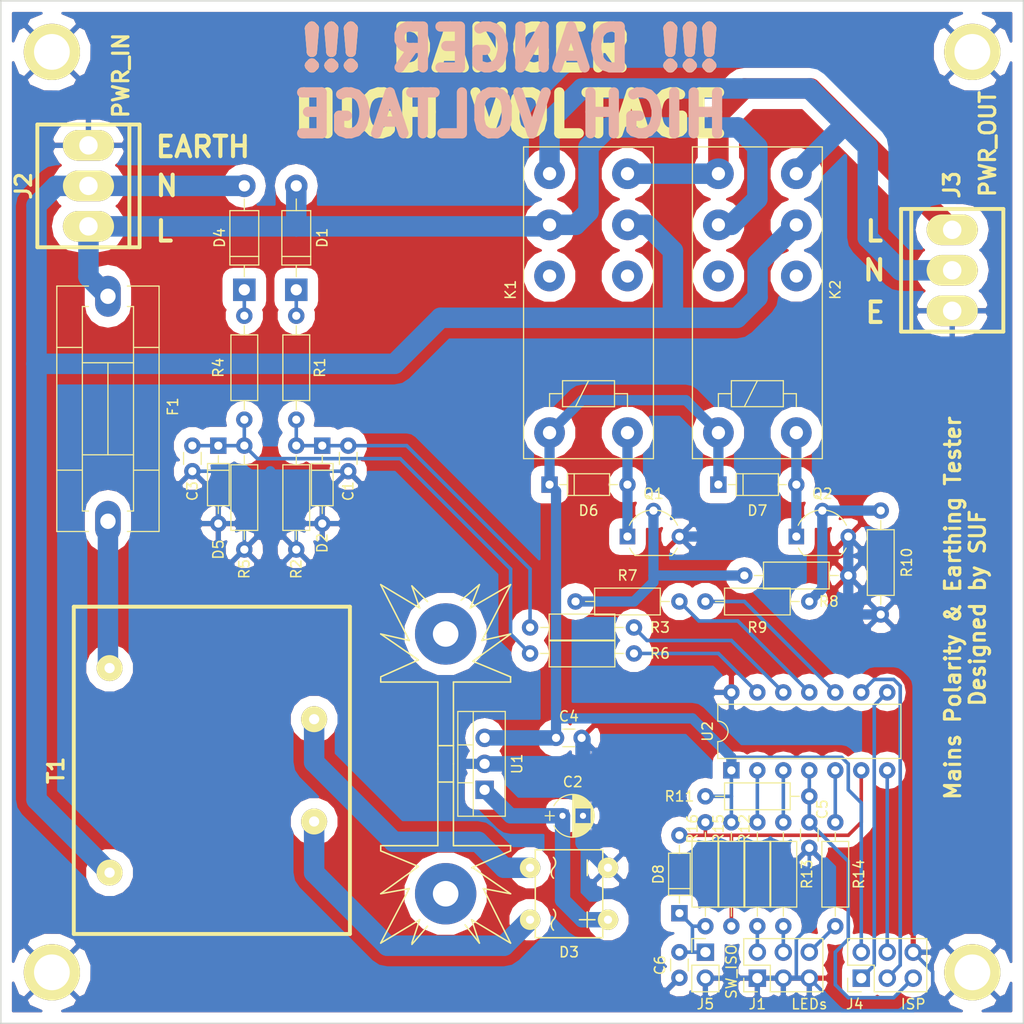
<source format=kicad_pcb>
(kicad_pcb (version 4) (host pcbnew 4.0.6)
  (layers (0 F.Cu signal) (31 B.Cu signal) (34 B.Paste user) (35 F.Paste user) (36 B.SilkS user) (37 F.SilkS user) (38 B.Mask user) (39 F.Mask user) (44 Edge.Cuts user))
  (net 0 "")
  (net 1 "Net-(C1-Pad1)")
  (net 2 Earth_Protective)
  (net 3 "Net-(C2-Pad1)")
  (net 4 "Net-(C3-Pad1)")
  (net 5 VCC)
  (net 6 RST)
  (net 7 MISO)
  (net 8 SCK)
  (net 9 MOSI)
  (net 10 "Net-(D1-Pad1)")
  (net 11 AC)
  (net 12 "Net-(D3-Pad2)")
  (net 13 "Net-(D3-Pad3)")
  (net 14 "Net-(D4-Pad1)")
  (net 15 Earth)
  (net 16 "Net-(D6-Pad2)")
  (net 17 "Net-(D7-Pad2)")
  (net 18 "Net-(F1-Pad2)")
  (net 19 VAC)
  (net 20 GND)
  (net 21 "Net-(Q1-Pad2)")
  (net 22 "Net-(Q2-Pad2)")
  (net 23 LSENSE)
  (net 24 NSENSE)
  (net 25 SWX)
  (net 26 SWN)
  (net 27 "Net-(R12-Pad1)")
  (net 28 "Net-(R13-Pad1)")
  (net 29 "Net-(R14-Pad1)")
  (net 30 "Net-(J1-Pad2)")
  (net 31 "Net-(J1-Pad4)")
  (net 32 "Net-(J1-Pad6)")
  (net 33 "Net-(C6-Pad1)")
  (net 34 "Net-(D8-Pad2)")
  (net 35 "Net-(K1-Pad22)")
  (net 36 "Net-(K1-Pad12)")
  (net 37 "Net-(K2-Pad22)")
  (net 38 "Net-(K2-Pad12)")
  (module Capacitors_ThroughHole:CP_Radial_D4.0mm_P2.00mm (layer F.Cu) (at 74.93 99.695)
    (fp_text reference C2 (at 1 -3.31) (layer F.SilkS))
    (fp_text value 100uF/16V hide)
    (pad 1 thru_hole rect (at 0 0) (size 1.2 1.2) (drill 0.6) (layers *.Cu *.Mask) (net 3 "Net-(C2-Pad1)"))
    (pad 2 thru_hole circle (at 2 0) (size 1.2 1.2) (drill 0.6) (layers *.Cu *.Mask) (net 2 Earth_Protective))
  )
  (module Capacitors_ThroughHole:C_Disc_D3.0mm_W1.6mm_P2.50mm (layer F.Cu) (at 99.06 100.33 270)
    (fp_text reference C5 (at -1.27 -1.27 270) (layer F.SilkS))
    (fp_text value 10nF hide)
    (pad 1 thru_hole circle (at 0 0 270) (size 1.6 1.6) (drill 0.8) (layers *.Cu *.Mask) (net 6 RST))
    (pad 2 thru_hole circle (at 2.5 0 270) (size 1.6 1.6) (drill 0.8) (layers *.Cu *.Mask) (net 2 Earth_Protective))
  )
  (module Pin_Headers:Pin_Header_Straight_2x03_Pitch2.54mm (layer F.Cu) (at 104.14 115.57 90)
    (fp_text reference J4 (at -2.54 -0.635 180) (layer F.SilkS))
    (fp_text value ISP (at -2.54 5.08 180) (layer F.SilkS))
    (pad 1 thru_hole rect (at 0 0 90) (size 1.7 1.7) (drill 1) (layers *.Cu *.Mask) (net 7 MISO))
    (pad 2 thru_hole oval (at 2.54 0 90) (size 1.7 1.7) (drill 1) (layers *.Cu *.Mask) (net 5 VCC))
    (pad 3 thru_hole oval (at 0 2.54 90) (size 1.7 1.7) (drill 1) (layers *.Cu *.Mask) (net 8 SCK))
    (pad 4 thru_hole oval (at 2.54 2.54 90) (size 1.7 1.7) (drill 1) (layers *.Cu *.Mask) (net 9 MOSI))
    (pad 5 thru_hole oval (at 0 5.08 90) (size 1.7 1.7) (drill 1) (layers *.Cu *.Mask) (net 6 RST))
    (pad 6 thru_hole oval (at 2.54 5.08 90) (size 1.7 1.7) (drill 1) (layers *.Cu *.Mask) (net 2 Earth_Protective))
  )
  (module Diodes_ThroughHole:D_DO-41_SOD81_P10.16mm_Horizontal (layer F.Cu) (at 48.895 48.26 90)
    (fp_text reference D1 (at 5.08 2.54 90) (layer F.SilkS))
    (fp_text value 1N4007 hide)
    (pad 1 thru_hole rect (at 0 0 90) (size 2.2 2.2) (drill 1.1) (layers *.Cu *.Mask) (net 10 "Net-(D1-Pad1)"))
    (pad 2 thru_hole oval (at 10.16 0 90) (size 2.2 2.2) (drill 1.1) (layers *.Cu *.Mask) (net 11 AC))
  )
  (module Diodes_ThroughHole:D_DO-35_SOD27_P7.62mm_Horizontal (layer F.Cu) (at 51.435 63.5 270)
    (fp_text reference D2 (at 9.525 0 270) (layer F.SilkS))
    (fp_text value 5.1V hide)
    (pad 1 thru_hole rect (at 0 0 270) (size 1.6 1.6) (drill 0.8) (layers *.Cu *.Mask) (net 1 "Net-(C1-Pad1)"))
    (pad 2 thru_hole oval (at 7.62 0 270) (size 1.6 1.6) (drill 0.8) (layers *.Cu *.Mask) (net 2 Earth_Protective))
  )
  (module suf_diode_bridge:DB-4 (layer F.Cu) (at 75.565 107.315 270)
    (fp_text reference D3 (at 5.715 0 360) (layer F.SilkS))
    (fp_text value DB106G hide)
    (pad 1 thru_hole circle (at -2.54 -3.81 270) (size 2 2) (drill 0.8) (layers *.Cu *.Mask F.SilkS) (net 2 Earth_Protective))
    (pad 2 thru_hole circle (at -2.54 3.81 270) (size 2 2) (drill 0.8) (layers *.Cu *.Mask F.SilkS) (net 12 "Net-(D3-Pad2)"))
    (pad 3 thru_hole circle (at 2.54 3.81 270) (size 2 2) (drill 0.8) (layers *.Cu *.Mask F.SilkS) (net 13 "Net-(D3-Pad3)"))
    (pad 4 thru_hole circle (at 2.54 -3.81 270) (size 2 2) (drill 0.8) (layers *.Cu *.Mask F.SilkS) (net 3 "Net-(C2-Pad1)"))
  )
  (module Diodes_ThroughHole:D_DO-41_SOD81_P10.16mm_Horizontal (layer F.Cu) (at 43.815 48.26 90)
    (fp_text reference D4 (at 5.08 -2.41 90) (layer F.SilkS))
    (fp_text value 1N4007 hide)
    (pad 1 thru_hole rect (at 0 0 90) (size 2.2 2.2) (drill 1.1) (layers *.Cu *.Mask) (net 14 "Net-(D4-Pad1)"))
    (pad 2 thru_hole oval (at 10.16 0 90) (size 2.2 2.2) (drill 1.1) (layers *.Cu *.Mask) (net 15 Earth))
  )
  (module Diodes_ThroughHole:D_DO-35_SOD27_P7.62mm_Horizontal (layer F.Cu) (at 41.275 63.5 270)
    (fp_text reference D5 (at 10.16 0 270) (layer F.SilkS))
    (fp_text value 5.1V hide)
    (pad 1 thru_hole rect (at 0 0 270) (size 1.6 1.6) (drill 0.8) (layers *.Cu *.Mask) (net 4 "Net-(C3-Pad1)"))
    (pad 2 thru_hole oval (at 7.62 0 270) (size 1.6 1.6) (drill 0.8) (layers *.Cu *.Mask) (net 2 Earth_Protective))
  )
  (module Diodes_ThroughHole:D_DO-35_SOD27_P7.62mm_Horizontal (layer F.Cu) (at 73.66 67.31)
    (fp_text reference D6 (at 3.81 2.54) (layer F.SilkS))
    (fp_text value BAT46 hide)
    (pad 1 thru_hole rect (at 0 0) (size 1.6 1.6) (drill 0.8) (layers *.Cu *.Mask) (net 5 VCC))
    (pad 2 thru_hole oval (at 7.62 0) (size 1.6 1.6) (drill 0.8) (layers *.Cu *.Mask) (net 16 "Net-(D6-Pad2)"))
  )
  (module Diodes_ThroughHole:D_DO-35_SOD27_P7.62mm_Horizontal (layer F.Cu) (at 90.17 67.31)
    (fp_text reference D7 (at 3.81 2.54) (layer F.SilkS))
    (fp_text value BAT46 hide)
    (pad 1 thru_hole rect (at 0 0) (size 1.6 1.6) (drill 0.8) (layers *.Cu *.Mask) (net 5 VCC))
    (pad 2 thru_hole oval (at 7.62 0) (size 1.6 1.6) (drill 0.8) (layers *.Cu *.Mask) (net 17 "Net-(D7-Pad2)"))
  )
  (module Fuse_Holders_and_Fuses:Fuseholder5x20_horiz_SemiClosed_Casing10x25mm (layer F.Cu) (at 30.48 48.895 270)
    (fp_text reference F1 (at 10.795 -6.35 270) (layer F.SilkS))
    (fp_text value 50mA/250VAC)
    (pad 2 thru_hole oval (at 22 0 180) (size 2.5 4) (drill 1.5) (layers *.Cu *.Mask) (net 18 "Net-(F1-Pad2)"))
    (pad 1 thru_hole oval (at 0 0 180) (size 2.5 4) (drill 1.5) (layers *.Cu *.Mask) (net 11 AC))
  )
  (module Pin_Headers:Pin_Header_Straight_2x03_Pitch2.54mm (layer F.Cu) (at 93.98 115.57 90)
    (fp_text reference J1 (at -2.54 0 180) (layer F.SilkS))
    (fp_text value LEDs (at -2.54 5.08 180) (layer F.SilkS))
    (pad 1 thru_hole rect (at 0 0 90) (size 1.7 1.7) (drill 1) (layers *.Cu *.Mask) (net 2 Earth_Protective))
    (pad 2 thru_hole oval (at 2.54 0 90) (size 1.7 1.7) (drill 1) (layers *.Cu *.Mask) (net 30 "Net-(J1-Pad2)"))
    (pad 3 thru_hole oval (at 0 2.54 90) (size 1.7 1.7) (drill 1) (layers *.Cu *.Mask) (net 2 Earth_Protective))
    (pad 4 thru_hole oval (at 2.54 2.54 90) (size 1.7 1.7) (drill 1) (layers *.Cu *.Mask) (net 31 "Net-(J1-Pad4)"))
    (pad 5 thru_hole oval (at 0 5.08 90) (size 1.7 1.7) (drill 1) (layers *.Cu *.Mask) (net 2 Earth_Protective))
    (pad 6 thru_hole oval (at 2.54 5.08 90) (size 1.7 1.7) (drill 1) (layers *.Cu *.Mask) (net 32 "Net-(J1-Pad6)"))
  )
  (module suf_connector_ncw:CONN_NCW396-03S (layer F.Cu) (at 28.575 38.1 90)
    (fp_text reference J2 (at 0 -6.35 90) (layer F.SilkS) (effects (font (thickness 0.3048))))
    (fp_text value PWR_IN (at 10.795 3.175 90) (layer F.SilkS) (effects (font (thickness 0.3048))))
    (pad 3 thru_hole oval (at 3.96 0 90) (size 3 5) (drill 1.80086) (layers *.Cu *.Mask F.SilkS) (net 2 Earth_Protective))
    (pad 1 thru_hole oval (at -3.96 0 90) (size 3 5) (drill 1.80086) (layers *.Cu *.Mask F.SilkS) (net 11 AC))
    (pad 2 thru_hole oval (at 0 0 90) (size 3 5) (drill 1.80086) (layers *.Cu *.Mask F.SilkS) (net 15 Earth))
  )
  (module Relays_ThroughHole:Relay_DPDT_Finder_40.52 (layer F.Cu) (at 73.66 62.23 90)
    (fp_text reference K1 (at 13.97 -3.81 90) (layer F.SilkS))
    (fp_text value FINDER-40.52 hide)
    (pad A1 thru_hole circle (at 0 0 90) (size 3 3) (drill 1.3) (layers *.Cu *.Mask) (net 5 VCC))
    (pad A2 thru_hole circle (at 0 7.62 90) (size 3 3) (drill 1.3) (layers *.Cu *.Mask) (net 16 "Net-(D6-Pad2)"))
    (pad 11 thru_hole circle (at 20.32 0 90) (size 3 3) (drill 1.3) (layers *.Cu *.Mask) (net 11 AC))
    (pad 24 thru_hole circle (at 25.32 7.62 90) (size 3 3) (drill 1.3) (layers *.Cu *.Mask) (net 19 VAC))
    (pad 22 thru_hole circle (at 15.32 7.62 90) (size 3 3) (drill 1.3) (layers *.Cu *.Mask) (net 35 "Net-(K1-Pad22)"))
    (pad 12 thru_hole circle (at 15.32 0 90) (size 3 3) (drill 1.3) (layers *.Cu *.Mask) (net 36 "Net-(K1-Pad12)"))
    (pad 21 thru_hole circle (at 20.32 7.62 90) (size 3 3) (drill 1.3) (layers *.Cu *.Mask) (net 15 Earth))
    (pad 14 thru_hole circle (at 25.32 0 90) (size 3 3) (drill 1.3) (layers *.Cu *.Mask) (net 20 GND))
  )
  (module Relays_ThroughHole:Relay_DPDT_Finder_40.52 (layer F.Cu) (at 90.17 62.23 90)
    (fp_text reference K2 (at 13.97 11.43 90) (layer F.SilkS))
    (fp_text value FINDER-40.52 hide)
    (pad A1 thru_hole circle (at 0 0 90) (size 3 3) (drill 1.3) (layers *.Cu *.Mask) (net 5 VCC))
    (pad A2 thru_hole circle (at 0 7.62 90) (size 3 3) (drill 1.3) (layers *.Cu *.Mask) (net 17 "Net-(D7-Pad2)"))
    (pad 11 thru_hole circle (at 20.32 0 90) (size 3 3) (drill 1.3) (layers *.Cu *.Mask) (net 11 AC))
    (pad 24 thru_hole circle (at 25.32 7.62 90) (size 3 3) (drill 1.3) (layers *.Cu *.Mask) (net 20 GND))
    (pad 22 thru_hole circle (at 15.32 7.62 90) (size 3 3) (drill 1.3) (layers *.Cu *.Mask) (net 37 "Net-(K2-Pad22)"))
    (pad 12 thru_hole circle (at 15.32 0 90) (size 3 3) (drill 1.3) (layers *.Cu *.Mask) (net 38 "Net-(K2-Pad12)"))
    (pad 21 thru_hole circle (at 20.32 7.62 90) (size 3 3) (drill 1.3) (layers *.Cu *.Mask) (net 15 Earth))
    (pad 14 thru_hole circle (at 25.32 0 90) (size 3 3) (drill 1.3) (layers *.Cu *.Mask) (net 19 VAC))
  )
  (module TO_SOT_Packages_THT:TO-92_Molded_Wide (layer F.Cu) (at 81.28 72.39)
    (fp_text reference Q1 (at 2.54 -4.19 180) (layer F.SilkS))
    (fp_text value BS170 hide)
    (pad 2 thru_hole circle (at 2.54 -2.54 90) (size 1.52 1.52) (drill 0.8) (layers *.Cu *.Mask) (net 21 "Net-(Q1-Pad2)"))
    (pad 3 thru_hole circle (at 5.08 0 90) (size 1.52 1.52) (drill 0.8) (layers *.Cu *.Mask) (net 2 Earth_Protective))
    (pad 1 thru_hole rect (at 0 0 90) (size 1.52 1.52) (drill 0.8) (layers *.Cu *.Mask) (net 16 "Net-(D6-Pad2)"))
  )
  (module TO_SOT_Packages_THT:TO-92_Molded_Wide (layer F.Cu) (at 97.79 72.39)
    (fp_text reference Q2 (at 2.54 -4.19 180) (layer F.SilkS))
    (fp_text value BS170 hide)
    (pad 2 thru_hole circle (at 2.54 -2.54 90) (size 1.52 1.52) (drill 0.8) (layers *.Cu *.Mask) (net 22 "Net-(Q2-Pad2)"))
    (pad 3 thru_hole circle (at 5.08 0 90) (size 1.52 1.52) (drill 0.8) (layers *.Cu *.Mask) (net 2 Earth_Protective))
    (pad 1 thru_hole rect (at 0 0 90) (size 1.52 1.52) (drill 0.8) (layers *.Cu *.Mask) (net 17 "Net-(D7-Pad2)"))
  )
  (module Resistors_ThroughHole:R_Axial_DIN0207_L6.3mm_D2.5mm_P10.16mm_Horizontal (layer F.Cu) (at 48.895 50.8 270)
    (fp_text reference R1 (at 5.08 -2.31 270) (layer F.SilkS))
    (fp_text value 220K/0.6W hide)
    (pad 1 thru_hole circle (at 0 0 270) (size 1.6 1.6) (drill 0.8) (layers *.Cu *.Mask) (net 10 "Net-(D1-Pad1)"))
    (pad 2 thru_hole oval (at 10.16 0 270) (size 1.6 1.6) (drill 0.8) (layers *.Cu *.Mask) (net 1 "Net-(C1-Pad1)"))
  )
  (module Resistors_ThroughHole:R_Axial_DIN0207_L6.3mm_D2.5mm_P10.16mm_Horizontal (layer F.Cu) (at 48.895 73.66 90)
    (fp_text reference R2 (at -1.905 0 90) (layer F.SilkS))
    (fp_text value 47K hide)
    (pad 1 thru_hole circle (at 0 0 90) (size 1.6 1.6) (drill 0.8) (layers *.Cu *.Mask) (net 2 Earth_Protective))
    (pad 2 thru_hole oval (at 10.16 0 90) (size 1.6 1.6) (drill 0.8) (layers *.Cu *.Mask) (net 1 "Net-(C1-Pad1)"))
  )
  (module Resistors_ThroughHole:R_Axial_DIN0207_L6.3mm_D2.5mm_P10.16mm_Horizontal (layer F.Cu) (at 81.915 81.28 180)
    (fp_text reference R3 (at -2.54 0 180) (layer F.SilkS))
    (fp_text value 1K hide)
    (pad 1 thru_hole circle (at 0 0 180) (size 1.6 1.6) (drill 0.8) (layers *.Cu *.Mask) (net 23 LSENSE))
    (pad 2 thru_hole oval (at 10.16 0 180) (size 1.6 1.6) (drill 0.8) (layers *.Cu *.Mask) (net 1 "Net-(C1-Pad1)"))
  )
  (module Resistors_ThroughHole:R_Axial_DIN0207_L6.3mm_D2.5mm_P10.16mm_Horizontal (layer F.Cu) (at 43.815 50.8 270)
    (fp_text reference R4 (at 5.08 2.54 270) (layer F.SilkS))
    (fp_text value 220K/0.6W hide)
    (pad 1 thru_hole circle (at 0 0 270) (size 1.6 1.6) (drill 0.8) (layers *.Cu *.Mask) (net 14 "Net-(D4-Pad1)"))
    (pad 2 thru_hole oval (at 10.16 0 270) (size 1.6 1.6) (drill 0.8) (layers *.Cu *.Mask) (net 4 "Net-(C3-Pad1)"))
  )
  (module Resistors_ThroughHole:R_Axial_DIN0207_L6.3mm_D2.5mm_P10.16mm_Horizontal (layer F.Cu) (at 43.815 73.66 90)
    (fp_text reference R5 (at -1.905 0 90) (layer F.SilkS))
    (fp_text value 47K hide)
    (pad 1 thru_hole circle (at 0 0 90) (size 1.6 1.6) (drill 0.8) (layers *.Cu *.Mask) (net 2 Earth_Protective))
    (pad 2 thru_hole oval (at 10.16 0 90) (size 1.6 1.6) (drill 0.8) (layers *.Cu *.Mask) (net 4 "Net-(C3-Pad1)"))
  )
  (module Resistors_ThroughHole:R_Axial_DIN0207_L6.3mm_D2.5mm_P10.16mm_Horizontal (layer F.Cu) (at 81.915 83.82 180)
    (fp_text reference R6 (at -2.54 0 180) (layer F.SilkS))
    (fp_text value 1K hide)
    (pad 1 thru_hole circle (at 0 0 180) (size 1.6 1.6) (drill 0.8) (layers *.Cu *.Mask) (net 24 NSENSE))
    (pad 2 thru_hole oval (at 10.16 0 180) (size 1.6 1.6) (drill 0.8) (layers *.Cu *.Mask) (net 4 "Net-(C3-Pad1)"))
  )
  (module Resistors_ThroughHole:R_Axial_DIN0207_L6.3mm_D2.5mm_P10.16mm_Horizontal (layer F.Cu) (at 86.36 78.74 180)
    (fp_text reference R7 (at 5.08 2.54 180) (layer F.SilkS))
    (fp_text value 100 hide)
    (pad 1 thru_hole circle (at 0 0 180) (size 1.6 1.6) (drill 0.8) (layers *.Cu *.Mask) (net 25 SWX))
    (pad 2 thru_hole oval (at 10.16 0 180) (size 1.6 1.6) (drill 0.8) (layers *.Cu *.Mask) (net 21 "Net-(Q1-Pad2)"))
  )
  (module Resistors_ThroughHole:R_Axial_DIN0207_L6.3mm_D2.5mm_P10.16mm_Horizontal (layer F.Cu) (at 102.87 76.2 180)
    (fp_text reference R8 (at 1.905 -2.54 180) (layer F.SilkS))
    (fp_text value 100K hide)
    (pad 1 thru_hole circle (at 0 0 180) (size 1.6 1.6) (drill 0.8) (layers *.Cu *.Mask) (net 2 Earth_Protective))
    (pad 2 thru_hole oval (at 10.16 0 180) (size 1.6 1.6) (drill 0.8) (layers *.Cu *.Mask) (net 21 "Net-(Q1-Pad2)"))
  )
  (module Resistors_ThroughHole:R_Axial_DIN0207_L6.3mm_D2.5mm_P10.16mm_Horizontal (layer F.Cu) (at 88.9 78.74)
    (fp_text reference R9 (at 5.08 2.54) (layer F.SilkS))
    (fp_text value 100 hide)
    (pad 1 thru_hole circle (at 0 0) (size 1.6 1.6) (drill 0.8) (layers *.Cu *.Mask) (net 26 SWN))
    (pad 2 thru_hole oval (at 10.16 0) (size 1.6 1.6) (drill 0.8) (layers *.Cu *.Mask) (net 22 "Net-(Q2-Pad2)"))
  )
  (module Resistors_ThroughHole:R_Axial_DIN0207_L6.3mm_D2.5mm_P10.16mm_Horizontal (layer F.Cu) (at 106.045 80.01 90)
    (fp_text reference R10 (at 5.08 2.54 90) (layer F.SilkS))
    (fp_text value 100K hide)
    (pad 1 thru_hole circle (at 0 0 90) (size 1.6 1.6) (drill 0.8) (layers *.Cu *.Mask) (net 2 Earth_Protective))
    (pad 2 thru_hole oval (at 10.16 0 90) (size 1.6 1.6) (drill 0.8) (layers *.Cu *.Mask) (net 22 "Net-(Q2-Pad2)"))
  )
  (module Resistors_ThroughHole:R_Axial_DIN0207_L6.3mm_D2.5mm_P10.16mm_Horizontal (layer F.Cu) (at 99.06 97.79 180)
    (fp_text reference R11 (at 12.7 0 180) (layer F.SilkS))
    (fp_text value 4,7K hide)
    (pad 1 thru_hole circle (at 0 0 180) (size 1.6 1.6) (drill 0.8) (layers *.Cu *.Mask) (net 6 RST))
    (pad 2 thru_hole oval (at 10.16 0 180) (size 1.6 1.6) (drill 0.8) (layers *.Cu *.Mask) (net 5 VCC))
  )
  (module Resistors_ThroughHole:R_Axial_DIN0207_L6.3mm_D2.5mm_P10.16mm_Horizontal (layer F.Cu) (at 93.98 100.33 270)
    (fp_text reference R12 (at 0.635 1.27 270) (layer F.SilkS))
    (fp_text value 470 hide)
    (pad 1 thru_hole circle (at 0 0 270) (size 1.6 1.6) (drill 0.8) (layers *.Cu *.Mask) (net 27 "Net-(R12-Pad1)"))
    (pad 2 thru_hole oval (at 10.16 0 270) (size 1.6 1.6) (drill 0.8) (layers *.Cu *.Mask) (net 30 "Net-(J1-Pad2)"))
  )
  (module Resistors_ThroughHole:R_Axial_DIN0207_L6.3mm_D2.5mm_P10.16mm_Horizontal (layer F.Cu) (at 96.52 100.33 270)
    (fp_text reference R13 (at 5.08 -2.31 270) (layer F.SilkS))
    (fp_text value 470 hide)
    (pad 1 thru_hole circle (at 0 0 270) (size 1.6 1.6) (drill 0.8) (layers *.Cu *.Mask) (net 28 "Net-(R13-Pad1)"))
    (pad 2 thru_hole oval (at 10.16 0 270) (size 1.6 1.6) (drill 0.8) (layers *.Cu *.Mask) (net 31 "Net-(J1-Pad4)"))
  )
  (module Resistors_ThroughHole:R_Axial_DIN0207_L6.3mm_D2.5mm_P10.16mm_Horizontal (layer F.Cu) (at 101.6 100.33 270)
    (fp_text reference R14 (at 5.08 -2.31 270) (layer F.SilkS))
    (fp_text value 470 hide)
    (pad 1 thru_hole circle (at 0 0 270) (size 1.6 1.6) (drill 0.8) (layers *.Cu *.Mask) (net 29 "Net-(R14-Pad1)"))
    (pad 2 thru_hole oval (at 10.16 0 270) (size 1.6 1.6) (drill 0.8) (layers *.Cu *.Mask) (net 32 "Net-(J1-Pad6)"))
  )
  (module suf_transformer:TR_ME.TRE-0,6 (layer F.Cu) (at 40.64 95.25 90)
    (fp_text reference T1 (at 0 -15.24 90) (layer F.SilkS) (effects (font (thickness 0.3048))))
    (fp_text value ME.TRE-2,4/6V hide)
    (pad 5 thru_hole circle (at -9.99998 -9.99998 90) (size 2.54 2.54) (drill 1.00076) (layers *.Cu *.Mask F.SilkS) (net 15 Earth))
    (pad 1 thru_hole circle (at 9.99998 -9.99998 90) (size 2.54 2.54) (drill 1.00076) (layers *.Cu *.Mask F.SilkS) (net 18 "Net-(F1-Pad2)"))
    (pad 9 thru_hole circle (at 5.00126 9.99998 90) (size 2.54 2.54) (drill 1.00076) (layers *.Cu *.Mask F.SilkS) (net 12 "Net-(D3-Pad2)"))
    (pad 7 thru_hole circle (at -5.00126 9.99998 90) (size 2.54 2.54) (drill 1.00076) (layers *.Cu *.Mask F.SilkS) (net 13 "Net-(D3-Pad3)"))
  )
  (module TO_SOT_Packages_THT:TO-220-3_Vertical (layer F.Cu) (at 67.31 97.155 90)
    (fp_text reference U1 (at 2.54 3.175 90) (layer F.SilkS))
    (fp_text value 7805 hide)
    (pad 1 thru_hole rect (at 0 0 90) (size 1.8 1.8) (drill 1) (layers *.Cu *.Mask) (net 3 "Net-(C2-Pad1)"))
    (pad 2 thru_hole oval (at 2.54 0 90) (size 1.8 1.8) (drill 1) (layers *.Cu *.Mask) (net 2 Earth_Protective))
    (pad 3 thru_hole oval (at 5.08 0 90) (size 1.8 1.8) (drill 1) (layers *.Cu *.Mask) (net 5 VCC))
  )
  (module Housings_DIP:DIP-14_W7.62mm (layer F.Cu) (at 91.44 95.25 90)
    (fp_text reference U2 (at 3.81 -2.33 90) (layer F.SilkS))
    (fp_text value ATTINY84A-PU hide)
    (pad 1 thru_hole rect (at 0 0 90) (size 1.6 1.6) (drill 0.8) (layers *.Cu *.Mask) (net 5 VCC))
    (pad 8 thru_hole oval (at 7.62 15.24 90) (size 1.6 1.6) (drill 0.8) (layers *.Cu *.Mask) (net 7 MISO))
    (pad 2 thru_hole oval (at 0 2.54 90) (size 1.6 1.6) (drill 0.8) (layers *.Cu *.Mask) (net 27 "Net-(R12-Pad1)"))
    (pad 9 thru_hole oval (at 7.62 12.7 90) (size 1.6 1.6) (drill 0.8) (layers *.Cu *.Mask) (net 8 SCK))
    (pad 3 thru_hole oval (at 0 5.08 90) (size 1.6 1.6) (drill 0.8) (layers *.Cu *.Mask) (net 28 "Net-(R13-Pad1)"))
    (pad 10 thru_hole oval (at 7.62 10.16 90) (size 1.6 1.6) (drill 0.8) (layers *.Cu *.Mask) (net 26 SWN))
    (pad 4 thru_hole oval (at 0 7.62 90) (size 1.6 1.6) (drill 0.8) (layers *.Cu *.Mask) (net 6 RST))
    (pad 11 thru_hole oval (at 7.62 7.62 90) (size 1.6 1.6) (drill 0.8) (layers *.Cu *.Mask) (net 25 SWX))
    (pad 5 thru_hole oval (at 0 10.16 90) (size 1.6 1.6) (drill 0.8) (layers *.Cu *.Mask) (net 29 "Net-(R14-Pad1)"))
    (pad 12 thru_hole oval (at 7.62 5.08 90) (size 1.6 1.6) (drill 0.8) (layers *.Cu *.Mask) (net 23 LSENSE))
    (pad 6 thru_hole oval (at 0 12.7 90) (size 1.6 1.6) (drill 0.8) (layers *.Cu *.Mask) (net 34 "Net-(D8-Pad2)"))
    (pad 13 thru_hole oval (at 7.62 2.54 90) (size 1.6 1.6) (drill 0.8) (layers *.Cu *.Mask) (net 24 NSENSE))
    (pad 7 thru_hole oval (at 0 15.24 90) (size 1.6 1.6) (drill 0.8) (layers *.Cu *.Mask) (net 9 MOSI))
    (pad 14 thru_hole oval (at 7.62 0 90) (size 1.6 1.6) (drill 0.8) (layers *.Cu *.Mask) (net 2 Earth_Protective))
  )
  (module suf_mounting:MNT_HOLE_3.5 (layer F.Cu) (at 25 25)
    (fp_text reference MNT_HOLE_3.5 hide)
    (fp_text value Val** hide)
    (pad "" thru_hole circle (at 0 0) (size 5.4991 5.4991) (drill 3.50012) (layers *.Cu *.Mask F.SilkS) (net 2 Earth_Protective))
  )
  (module suf_mounting:MNT_HOLE_3.5 (layer F.Cu) (at 115 25)
    (fp_text reference MNT_HOLE_3.5 hide)
    (fp_text value Val** hide)
    (pad "" thru_hole circle (at 0 0) (size 5.4991 5.4991) (drill 3.50012) (layers *.Cu *.Mask F.SilkS) (net 2 Earth_Protective))
  )
  (module suf_mounting:MNT_HOLE_3.5 (layer F.Cu) (at 115 115)
    (fp_text reference MNT_HOLE_3.5 hide)
    (fp_text value Val** hide)
    (pad "" thru_hole circle (at 0 0) (size 5.4991 5.4991) (drill 3.50012) (layers *.Cu *.Mask F.SilkS) (net 2 Earth_Protective))
  )
  (module suf_mounting:MNT_HOLE_3.5 (layer F.Cu) (at 25 115)
    (fp_text reference MNT_HOLE_3.5 hide)
    (fp_text value Val** hide)
    (pad "" thru_hole circle (at 0 0) (size 5.4991 5.4991) (drill 3.50012) (layers *.Cu *.Mask F.SilkS) (net 2 Earth_Protective))
  )
  (module Capacitors_ThroughHole:C_Disc_D3.0mm_W1.6mm_P2.50mm (layer F.Cu) (at 53.975 63.5 270)
    (fp_text reference C1 (at 4.445 0 270) (layer F.SilkS))
    (fp_text value 1uF/10V hide)
    (pad 1 thru_hole circle (at 0 0 270) (size 1.6 1.6) (drill 0.8) (layers *.Cu *.Mask) (net 1 "Net-(C1-Pad1)"))
    (pad 2 thru_hole circle (at 2.5 0 270) (size 1.6 1.6) (drill 0.8) (layers *.Cu *.Mask) (net 2 Earth_Protective))
  )
  (module Capacitors_ThroughHole:C_Disc_D3.0mm_W1.6mm_P2.50mm (layer F.Cu) (at 38.735 63.5 270)
    (fp_text reference C3 (at 4.445 0 270) (layer F.SilkS))
    (fp_text value 1uF/10V hide)
    (pad 1 thru_hole circle (at 0 0 270) (size 1.6 1.6) (drill 0.8) (layers *.Cu *.Mask) (net 4 "Net-(C3-Pad1)"))
    (pad 2 thru_hole circle (at 2.5 0 270) (size 1.6 1.6) (drill 0.8) (layers *.Cu *.Mask) (net 2 Earth_Protective))
  )
  (module Capacitors_ThroughHole:C_Disc_D3.0mm_W1.6mm_P2.50mm (layer F.Cu) (at 74.295 92.075)
    (fp_text reference C4 (at 1.25 -2.11) (layer F.SilkS))
    (fp_text value 1uF/10V hide)
    (pad 1 thru_hole circle (at 0 0) (size 1.6 1.6) (drill 0.8) (layers *.Cu *.Mask) (net 5 VCC))
    (pad 2 thru_hole circle (at 2.5 0) (size 1.6 1.6) (drill 0.8) (layers *.Cu *.Mask) (net 2 Earth_Protective))
  )
  (module Heatsinks:Heatsink_Fischer_SK104-STC-STIC_35x13mm_2xDrill2.5mm (layer F.Cu) (at 63.5 94.615 90)
    (fp_text reference REF** hide)
    (fp_text value Heatsink_Fischer_SK104-STC-STIC_35x13mm_2xDrill2.5mm hide)
    (pad 1 thru_hole circle (at 12.7 0 90) (size 5.99948 5.99948) (drill 2.49936) (layers *.Cu *.Mask))
    (pad 1 thru_hole circle (at -12.7 0 90) (size 5.99948 5.99948) (drill 2.49936) (layers *.Cu *.Mask))
  )
  (module suf_connector_ncw:CONN_NCW396-03S (layer F.Cu) (at 113.03 46.355 270)
    (fp_text reference J3 (at -8.355 0.03 270) (layer F.SilkS) (effects (font (thickness 0.3048))))
    (fp_text value PWR_OUT (at -12.355 -3.47 270) (layer F.SilkS) (effects (font (thickness 0.3048))))
    (pad 3 thru_hole oval (at 3.96 0 270) (size 3 5) (drill 1.80086) (layers *.Cu *.Mask F.SilkS) (net 2 Earth_Protective))
    (pad 1 thru_hole oval (at -3.96 0 270) (size 3 5) (drill 1.80086) (layers *.Cu *.Mask F.SilkS) (net 19 VAC))
    (pad 2 thru_hole oval (at 0 0 270) (size 3 5) (drill 1.80086) (layers *.Cu *.Mask F.SilkS) (net 20 GND))
  )
  (module Pin_Headers:Pin_Header_Straight_1x02_Pitch2.54mm (layer F.Cu) (at 88.9 113.03)
    (fp_text reference J5 (at 0 5.08) (layer F.SilkS))
    (fp_text value SW_ISO (at 2.54 1.905 90) (layer F.SilkS))
    (pad 1 thru_hole rect (at 0 0) (size 1.7 1.7) (drill 1) (layers *.Cu *.Mask) (net 33 "Net-(C6-Pad1)"))
    (pad 2 thru_hole oval (at 0 2.54) (size 1.7 1.7) (drill 1) (layers *.Cu *.Mask) (net 2 Earth_Protective))
  )
  (module Resistors_ThroughHole:R_Axial_DIN0207_L6.3mm_D2.5mm_P10.16mm_Horizontal (layer F.Cu) (at 91.44 100.33 270)
    (fp_text reference R15 (at 0.635 1.27 270) (layer F.SilkS))
    (fp_text value 10K hide)
    (pad 1 thru_hole circle (at 0 0 270) (size 1.6 1.6) (drill 0.8) (layers *.Cu *.Mask) (net 5 VCC))
    (pad 2 thru_hole oval (at 10.16 0 270) (size 1.6 1.6) (drill 0.8) (layers *.Cu *.Mask) (net 34 "Net-(D8-Pad2)"))
  )
  (module Capacitors_ThroughHole:C_Disc_D3.0mm_W1.6mm_P2.50mm (layer F.Cu) (at 86.36 113.03 270)
    (fp_text reference C6 (at 1.27 1.905 270) (layer F.SilkS))
    (fp_text value 47nF hide)
    (pad 1 thru_hole circle (at 0 0 270) (size 1.6 1.6) (drill 0.8) (layers *.Cu *.Mask) (net 33 "Net-(C6-Pad1)"))
    (pad 2 thru_hole circle (at 2.5 0 270) (size 1.6 1.6) (drill 0.8) (layers *.Cu *.Mask) (net 2 Earth_Protective))
  )
  (module Diodes_ThroughHole:D_DO-35_SOD27_P7.62mm_Horizontal (layer F.Cu) (at 86.36 109.22 90)
    (fp_text reference D8 (at 3.81 -2.06 90) (layer F.SilkS))
    (fp_text value BAT46 hide)
    (pad 1 thru_hole rect (at 0 0 90) (size 1.6 1.6) (drill 0.8) (layers *.Cu *.Mask) (net 33 "Net-(C6-Pad1)"))
    (pad 2 thru_hole oval (at 7.62 0 90) (size 1.6 1.6) (drill 0.8) (layers *.Cu *.Mask) (net 34 "Net-(D8-Pad2)"))
  )
  (module Resistors_ThroughHole:R_Axial_DIN0207_L6.3mm_D2.5mm_P10.16mm_Horizontal (layer F.Cu) (at 88.9 110.49 90)
    (fp_text reference R16 (at 9.525 -1.27 90) (layer F.SilkS))
    (fp_text value 10K hide)
    (pad 1 thru_hole circle (at 0 0 90) (size 1.6 1.6) (drill 0.8) (layers *.Cu *.Mask) (net 33 "Net-(C6-Pad1)"))
    (pad 2 thru_hole oval (at 10.16 0 90) (size 1.6 1.6) (drill 0.8) (layers *.Cu *.Mask) (net 34 "Net-(D8-Pad2)"))
  )
  (gr_text E (at 105.5 50.5) (layer F.SilkS) (effects (font (size 2 2) (thickness 0.4))))
  (gr_text N (at 105.41 46.355) (layer F.SilkS) (effects (font (size 2 2) (thickness 0.4))))
  (gr_text L (at 105.41 42.545) (layer F.SilkS) (effects (font (size 2 2) (thickness 0.4))))
  (gr_text "!!! DANGER !!!\nHIGH VOLTAGE" (at 69.85 27.94) (layer B.SilkS) (effects (font (size 4 4) (thickness 1)) (justify mirror)))
  (gr_text "Mains Polarity & Earthing Tester\nDesigned by SUF" (at 114.3 79.375 90) (layer F.SilkS) (effects (font (size 1.5 1.5) (thickness 0.3))))
  (gr_text "!!! DANGER !!!\nHIGH VOLTAGE" (at 69.85 27.94) (layer F.SilkS) (effects (font (size 4 4) (thickness 1))))
  (gr_text EARTH (at 34.925 34.29) (layer F.SilkS) (effects (font (size 2 2) (thickness 0.4)) (justify left)))
  (gr_text L (at 34.925 42.545) (layer F.SilkS) (effects (font (size 2 2) (thickness 0.4)) (justify left)))
  (gr_text N (at 34.925 38.1) (layer F.SilkS) (effects (font (size 2 2) (thickness 0.4)) (justify left)))
  (gr_line (start 20 120) (end 20 20) (angle 90) (layer Edge.Cuts) (width 0.15))
  (gr_line (start 120 120) (end 20 120) (angle 90) (layer Edge.Cuts) (width 0.15))
  (gr_line (start 120 20) (end 120 120) (angle 90) (layer Edge.Cuts) (width 0.15))
  (gr_line (start 20 20) (end 120 20) (angle 90) (layer Edge.Cuts) (width 0.15))
  (segment (start 53.975 63.5) (end 59.69 63.5) (width 0.35) (layer B.Cu) (net 1))
  (segment (start 71.755 75.565) (end 71.755 81.28) (width 0.35) (layer B.Cu) (net 1))
  (segment (start 59.69 63.5) (end 71.755 75.565) (width 0.35) (layer B.Cu) (net 1))
  (segment (start 48.895 60.96) (end 48.895 63.5) (width 0.35) (layer B.Cu) (net 1))
  (segment (start 51.435 63.5) (end 53.975 63.5) (width 0.35) (layer B.Cu) (net 1))
  (segment (start 48.895 63.5) (end 51.435 63.5) (width 0.35) (layer B.Cu) (net 1))
  (segment (start 99.06 115.57) (end 102.235 118.745) (width 0.35) (layer B.Cu) (net 2))
  (segment (start 111.125 114.935) (end 109.22 113.03) (width 0.35) (layer B.Cu) (net 2))
  (segment (start 111.125 116.84) (end 111.125 114.935) (width 0.35) (layer B.Cu) (net 2))
  (segment (start 109.22 118.745) (end 111.125 116.84) (width 0.35) (layer B.Cu) (net 2))
  (segment (start 102.235 118.745) (end 109.22 118.745) (width 0.35) (layer B.Cu) (net 2))
  (segment (start 99.06 102.83) (end 99.06 110.49) (width 0.35) (layer B.Cu) (net 2))
  (segment (start 97.79 111.76) (end 97.79 115.57) (width 0.35) (layer B.Cu) (net 2))
  (segment (start 99.06 110.49) (end 97.79 111.76) (width 0.35) (layer B.Cu) (net 2))
  (segment (start 96.52 115.57) (end 97.79 115.57) (width 0.35) (layer B.Cu) (net 2))
  (segment (start 97.79 115.57) (end 99.06 115.57) (width 0.35) (layer B.Cu) (net 2))
  (segment (start 93.98 115.57) (end 96.52 115.57) (width 0.35) (layer B.Cu) (net 2))
  (segment (start 46.355 66) (end 46.355 76.835) (width 1) (layer B.Cu) (net 2))
  (segment (start 64.135 94.615) (end 67.31 94.615) (width 1) (layer B.Cu) (net 2))
  (segment (start 46.355 76.835) (end 64.135 94.615) (width 1) (layer B.Cu) (net 2))
  (segment (start 106.045 80.01) (end 102.87 80.01) (width 1) (layer B.Cu) (net 2))
  (segment (start 102.87 76.2) (end 102.87 72.39) (width 1) (layer B.Cu) (net 2))
  (segment (start 86.36 72.39) (end 92.71 72.39) (width 1) (layer B.Cu) (net 2))
  (segment (start 102.87 80.01) (end 102.87 76.2) (width 1) (layer B.Cu) (net 2))
  (segment (start 101.6 81.28) (end 102.87 80.01) (width 1) (layer B.Cu) (net 2))
  (segment (start 97.79 81.28) (end 101.6 81.28) (width 1) (layer B.Cu) (net 2))
  (segment (start 95.885 79.375) (end 97.79 81.28) (width 1) (layer B.Cu) (net 2))
  (segment (start 95.885 75.565) (end 95.885 79.375) (width 1) (layer B.Cu) (net 2))
  (segment (start 92.71 72.39) (end 95.885 75.565) (width 1) (layer B.Cu) (net 2))
  (segment (start 67.31 94.615) (end 76.93 94.615) (width 1.5) (layer B.Cu) (net 2))
  (segment (start 76.93 94.615) (end 76.835 94.615) (width 1.5) (layer B.Cu) (net 2))
  (segment (start 76.835 94.615) (end 76.93 94.615) (width 1.5) (layer B.Cu) (net 2))
  (segment (start 76.93 99.695) (end 76.93 94.615) (width 1.5) (layer B.Cu) (net 2))
  (segment (start 76.93 94.615) (end 76.93 92.21) (width 1.5) (layer B.Cu) (net 2))
  (segment (start 76.93 92.21) (end 76.795 92.075) (width 1.5) (layer B.Cu) (net 2))
  (segment (start 76.93 99.695) (end 76.93 102.33) (width 1.5) (layer B.Cu) (net 2))
  (segment (start 76.93 102.33) (end 79.375 104.775) (width 1.5) (layer B.Cu) (net 2))
  (segment (start 51.435 71.12) (end 51.435 66) (width 0.35) (layer B.Cu) (net 2))
  (segment (start 51.435 66) (end 51.435 66.04) (width 0.35) (layer B.Cu) (net 2))
  (segment (start 51.435 66.04) (end 51.435 66) (width 0.35) (layer B.Cu) (net 2))
  (segment (start 48.895 73.66) (end 48.895 66) (width 0.35) (layer B.Cu) (net 2))
  (segment (start 48.895 66) (end 48.895 66.04) (width 0.35) (layer B.Cu) (net 2))
  (segment (start 48.895 66.04) (end 48.895 66) (width 0.35) (layer B.Cu) (net 2))
  (segment (start 43.815 73.66) (end 43.815 66) (width 0.35) (layer B.Cu) (net 2))
  (segment (start 43.815 66) (end 43.815 66.04) (width 0.35) (layer B.Cu) (net 2))
  (segment (start 43.815 66.04) (end 43.815 66) (width 0.35) (layer B.Cu) (net 2))
  (segment (start 41.275 71.12) (end 41.275 66) (width 0.35) (layer B.Cu) (net 2))
  (segment (start 41.275 66) (end 41.275 66.04) (width 0.35) (layer B.Cu) (net 2))
  (segment (start 41.275 66.04) (end 41.275 66) (width 0.35) (layer B.Cu) (net 2))
  (segment (start 38.735 66) (end 41.275 66) (width 0.35) (layer B.Cu) (net 2))
  (segment (start 41.275 66) (end 43.815 66) (width 0.35) (layer B.Cu) (net 2))
  (segment (start 43.815 66) (end 46.355 66) (width 0.35) (layer B.Cu) (net 2))
  (segment (start 46.355 66) (end 48.895 66) (width 0.35) (layer B.Cu) (net 2))
  (segment (start 48.895 66) (end 51.435 66) (width 0.35) (layer B.Cu) (net 2))
  (segment (start 51.435 66) (end 53.975 66) (width 0.35) (layer B.Cu) (net 2))
  (segment (start 74.93 99.695) (end 69.85 99.695) (width 1.5) (layer B.Cu) (net 3))
  (segment (start 69.85 99.695) (end 67.31 97.155) (width 1.5) (layer B.Cu) (net 3))
  (segment (start 74.93 99.695) (end 74.93 107.95) (width 1.5) (layer B.Cu) (net 3))
  (segment (start 76.835 109.855) (end 79.375 109.855) (width 1.5) (layer B.Cu) (net 3))
  (segment (start 74.93 107.95) (end 76.835 109.855) (width 1.5) (layer B.Cu) (net 3))
  (segment (start 43.815 63.5) (end 45.085 64.77) (width 0.35) (layer B.Cu) (net 4))
  (segment (start 69.85 81.915) (end 71.755 83.82) (width 0.35) (layer B.Cu) (net 4))
  (segment (start 69.85 75.565) (end 69.85 81.915) (width 0.35) (layer B.Cu) (net 4))
  (segment (start 59.055 64.77) (end 69.85 75.565) (width 0.35) (layer B.Cu) (net 4))
  (segment (start 45.085 64.77) (end 59.055 64.77) (width 0.35) (layer B.Cu) (net 4))
  (segment (start 43.815 60.96) (end 43.815 63.5) (width 0.35) (layer B.Cu) (net 4))
  (segment (start 41.275 63.5) (end 43.815 63.5) (width 0.35) (layer B.Cu) (net 4))
  (segment (start 38.735 63.5) (end 41.275 63.5) (width 0.35) (layer B.Cu) (net 4))
  (segment (start 91.44 95.25) (end 91.44 97.79) (width 0.35) (layer B.Cu) (net 5))
  (segment (start 91.44 97.79) (end 91.44 100.33) (width 0.35) (layer B.Cu) (net 5))
  (segment (start 74.295 90.17) (end 87.63 90.17) (width 1) (layer B.Cu) (net 5))
  (segment (start 104.14 113.03) (end 104.14 98.425) (width 0.35) (layer B.Cu) (net 5))
  (segment (start 102.235 93.98) (end 91.44 93.98) (width 0.35) (layer B.Cu) (net 5))
  (segment (start 102.87 94.615) (end 102.235 93.98) (width 0.35) (layer B.Cu) (net 5))
  (segment (start 102.87 97.155) (end 102.87 94.615) (width 0.35) (layer B.Cu) (net 5))
  (segment (start 104.14 98.425) (end 102.87 97.155) (width 0.35) (layer B.Cu) (net 5))
  (segment (start 91.44 95.25) (end 91.44 93.98) (width 1) (layer B.Cu) (net 5))
  (segment (start 91.44 93.98) (end 87.63 90.17) (width 1) (layer B.Cu) (net 5))
  (segment (start 74.295 92.075) (end 74.295 90.17) (width 1) (layer B.Cu) (net 5))
  (segment (start 74.295 90.17) (end 74.295 88.9) (width 1) (layer B.Cu) (net 5))
  (segment (start 74.295 88.9) (end 74.295 67.945) (width 1) (layer B.Cu) (net 5))
  (segment (start 74.295 67.945) (end 73.66 67.31) (width 1) (layer B.Cu) (net 5))
  (segment (start 73.66 62.23) (end 76.835 59.055) (width 1) (layer B.Cu) (net 5))
  (segment (start 86.995 59.055) (end 90.17 62.23) (width 1) (layer B.Cu) (net 5))
  (segment (start 76.835 59.055) (end 86.995 59.055) (width 1) (layer B.Cu) (net 5))
  (segment (start 90.17 62.23) (end 90.17 67.31) (width 1) (layer B.Cu) (net 5))
  (segment (start 73.66 62.23) (end 73.66 67.31) (width 1) (layer B.Cu) (net 5))
  (segment (start 67.31 92.075) (end 74.295 92.075) (width 1.5) (layer B.Cu) (net 5))
  (segment (start 91.44 97.79) (end 88.9 97.79) (width 0.35) (layer B.Cu) (net 5))
  (segment (start 109.22 115.57) (end 107.315 117.475) (width 0.35) (layer B.Cu) (net 6))
  (segment (start 102.87 104.14) (end 99.06 100.33) (width 0.35) (layer B.Cu) (net 6))
  (segment (start 102.87 111.76) (end 102.87 104.14) (width 0.35) (layer B.Cu) (net 6))
  (segment (start 101.6 113.03) (end 102.87 111.76) (width 0.35) (layer B.Cu) (net 6))
  (segment (start 101.6 116.205) (end 101.6 113.03) (width 0.35) (layer B.Cu) (net 6))
  (segment (start 102.87 117.475) (end 101.6 116.205) (width 0.35) (layer B.Cu) (net 6))
  (segment (start 107.315 117.475) (end 102.87 117.475) (width 0.35) (layer B.Cu) (net 6))
  (segment (start 99.06 100.33) (end 99.06 97.79) (width 0.35) (layer B.Cu) (net 6))
  (segment (start 99.06 97.79) (end 99.06 95.25) (width 0.35) (layer B.Cu) (net 6))
  (segment (start 106.68 87.63) (end 105.41 88.9) (width 0.35) (layer B.Cu) (net 7))
  (segment (start 105.41 114.3) (end 104.14 115.57) (width 0.35) (layer B.Cu) (net 7))
  (segment (start 105.41 88.9) (end 105.41 114.3) (width 0.35) (layer B.Cu) (net 7))
  (segment (start 107.315 86.36) (end 105.41 86.36) (width 0.35) (layer B.Cu) (net 8))
  (segment (start 106.68 115.57) (end 107.95 114.3) (width 0.35) (layer B.Cu) (net 8))
  (segment (start 105.41 86.36) (end 104.14 87.63) (width 0.35) (layer B.Cu) (net 8))
  (segment (start 107.95 86.995) (end 107.315 86.36) (width 0.35) (layer B.Cu) (net 8))
  (segment (start 107.95 114.3) (end 107.95 86.995) (width 0.35) (layer B.Cu) (net 8))
  (segment (start 106.68 113.03) (end 106.68 95.25) (width 0.35) (layer B.Cu) (net 9))
  (segment (start 48.895 48.26) (end 48.895 50.8) (width 0.35) (layer B.Cu) (net 10))
  (segment (start 48.895 38.1) (end 48.895 42.06) (width 2) (layer B.Cu) (net 11))
  (segment (start 48.895 42.06) (end 48.895 41.91) (width 2) (layer B.Cu) (net 11))
  (segment (start 48.895 41.91) (end 48.895 42.06) (width 2) (layer B.Cu) (net 11))
  (segment (start 73.66 41.91) (end 76.2 41.91) (width 2) (layer B.Cu) (net 11))
  (segment (start 93.98 39.37) (end 91.44 41.91) (width 2) (layer B.Cu) (net 11))
  (segment (start 93.98 34.29) (end 93.98 39.37) (width 2) (layer B.Cu) (net 11))
  (segment (start 92.075 32.385) (end 93.98 34.29) (width 2) (layer B.Cu) (net 11))
  (segment (start 79.375 32.385) (end 92.075 32.385) (width 2) (layer B.Cu) (net 11))
  (segment (start 77.47 34.29) (end 79.375 32.385) (width 2) (layer B.Cu) (net 11))
  (segment (start 77.47 40.64) (end 77.47 34.29) (width 2) (layer B.Cu) (net 11))
  (segment (start 76.2 41.91) (end 77.47 40.64) (width 2) (layer B.Cu) (net 11))
  (segment (start 91.44 41.91) (end 90.17 41.91) (width 2) (layer B.Cu) (net 11))
  (segment (start 28.575 42.06) (end 48.895 42.06) (width 2) (layer B.Cu) (net 11))
  (segment (start 48.895 42.06) (end 73.51 42.06) (width 2) (layer B.Cu) (net 11))
  (segment (start 73.51 42.06) (end 73.66 41.91) (width 2) (layer B.Cu) (net 11))
  (segment (start 30.48 48.895) (end 28.575 46.99) (width 2) (layer B.Cu) (net 11))
  (segment (start 28.575 46.99) (end 28.575 42.06) (width 2) (layer B.Cu) (net 11))
  (segment (start 50.63998 90.24874) (end 50.63998 94.45498) (width 2) (layer B.Cu) (net 12))
  (segment (start 69.215 104.775) (end 71.755 104.775) (width 2) (layer B.Cu) (net 12))
  (segment (start 66.675 102.235) (end 69.215 104.775) (width 2) (layer B.Cu) (net 12))
  (segment (start 58.42 102.235) (end 66.675 102.235) (width 2) (layer B.Cu) (net 12))
  (segment (start 50.63998 94.45498) (end 58.42 102.235) (width 2) (layer B.Cu) (net 12))
  (segment (start 50.63998 100.25126) (end 50.63998 105.24998) (width 2) (layer B.Cu) (net 13))
  (segment (start 69.215 112.395) (end 71.755 109.855) (width 2) (layer B.Cu) (net 13))
  (segment (start 57.785 112.395) (end 69.215 112.395) (width 2) (layer B.Cu) (net 13))
  (segment (start 50.63998 105.24998) (end 57.785 112.395) (width 2) (layer B.Cu) (net 13))
  (segment (start 43.815 48.26) (end 43.815 50.8) (width 0.35) (layer B.Cu) (net 14))
  (segment (start 81.28 41.91) (end 83.185 41.91) (width 2) (layer B.Cu) (net 15))
  (segment (start 85.725 44.45) (end 85.725 51) (width 2) (layer B.Cu) (net 15))
  (segment (start 83.185 41.91) (end 85.725 44.45) (width 2) (layer B.Cu) (net 15))
  (segment (start 97.79 41.91) (end 94 45.7) (width 2) (layer B.Cu) (net 15))
  (segment (start 58.5 55.5) (end 23.495 55.5) (width 2) (layer B.Cu) (net 15))
  (segment (start 63 51) (end 58.5 55.5) (width 2) (layer B.Cu) (net 15))
  (segment (start 92 51) (end 85.725 51) (width 2) (layer B.Cu) (net 15))
  (segment (start 85.725 51) (end 63 51) (width 2) (layer B.Cu) (net 15))
  (segment (start 94 49) (end 92 51) (width 2) (layer B.Cu) (net 15))
  (segment (start 94 45.7) (end 94 49) (width 2) (layer B.Cu) (net 15))
  (segment (start 28.575 38.1) (end 25.4 38.1) (width 2) (layer B.Cu) (net 15))
  (segment (start 23.495 98.10496) (end 30.64002 105.24998) (width 2) (layer B.Cu) (net 15))
  (segment (start 23.495 40.005) (end 23.495 55.5) (width 2) (layer B.Cu) (net 15))
  (segment (start 23.495 55.5) (end 23.495 98.10496) (width 2) (layer B.Cu) (net 15))
  (segment (start 25.4 38.1) (end 23.495 40.005) (width 2) (layer B.Cu) (net 15))
  (segment (start 28.575 38.1) (end 43.815 38.1) (width 2) (layer B.Cu) (net 15))
  (segment (start 81.28 67.31) (end 81.28 72.39) (width 1) (layer B.Cu) (net 16))
  (segment (start 81.28 62.23) (end 81.28 67.31) (width 1) (layer B.Cu) (net 16))
  (segment (start 97.79 67.31) (end 97.79 72.39) (width 1) (layer B.Cu) (net 17))
  (segment (start 97.79 62.23) (end 97.79 67.31) (width 1) (layer B.Cu) (net 17))
  (segment (start 30.48 70.895) (end 30.48 85.09) (width 2) (layer B.Cu) (net 18))
  (segment (start 30.48 85.09) (end 30.64002 85.25002) (width 2) (layer B.Cu) (net 18))
  (segment (start 90.17 36.91) (end 90.17 31.115) (width 2) (layer F.Cu) (net 19))
  (segment (start 99.21 28.575) (end 113.03 42.395) (width 2) (layer F.Cu) (net 19))
  (segment (start 92.71 28.575) (end 99.21 28.575) (width 2) (layer F.Cu) (net 19))
  (segment (start 90.17 31.115) (end 92.71 28.575) (width 2) (layer F.Cu) (net 19))
  (segment (start 81.28 36.91) (end 90.17 36.91) (width 2) (layer B.Cu) (net 19))
  (segment (start 97.79 36.91) (end 97.79 36.83) (width 2) (layer B.Cu) (net 20))
  (segment (start 97.79 36.83) (end 102.5525 32.0675) (width 2) (layer B.Cu) (net 20))
  (segment (start 73.66 36.91) (end 73.66 31.75) (width 2) (layer B.Cu) (net 20))
  (segment (start 107.95 46.355) (end 113.03 46.355) (width 2) (layer B.Cu) (net 20))
  (segment (start 104.775 43.18) (end 107.95 46.355) (width 2) (layer B.Cu) (net 20))
  (segment (start 104.775 34.29) (end 104.775 43.18) (width 2) (layer B.Cu) (net 20))
  (segment (start 99.06 28.575) (end 102.5525 32.0675) (width 2) (layer B.Cu) (net 20))
  (segment (start 102.5525 32.0675) (end 104.775 34.29) (width 2) (layer B.Cu) (net 20))
  (segment (start 76.835 28.575) (end 99.06 28.575) (width 2) (layer B.Cu) (net 20))
  (segment (start 73.66 31.75) (end 76.835 28.575) (width 2) (layer B.Cu) (net 20))
  (segment (start 92.71 76.2) (end 83.82 76.2) (width 1) (layer B.Cu) (net 21))
  (segment (start 83.82 69.85) (end 83.82 76.2) (width 1) (layer B.Cu) (net 21))
  (segment (start 83.82 76.2) (end 83.82 76.835) (width 1) (layer B.Cu) (net 21))
  (segment (start 81.915 78.74) (end 76.2 78.74) (width 1) (layer B.Cu) (net 21))
  (segment (start 83.82 76.835) (end 81.915 78.74) (width 1) (layer B.Cu) (net 21))
  (segment (start 100.33 69.85) (end 106.045 69.85) (width 1) (layer B.Cu) (net 22))
  (segment (start 100.33 69.85) (end 100.33 77.47) (width 1) (layer B.Cu) (net 22))
  (segment (start 100.33 77.47) (end 99.06 78.74) (width 1) (layer B.Cu) (net 22))
  (segment (start 81.915 81.28) (end 83.185 82.55) (width 0.35) (layer B.Cu) (net 23))
  (segment (start 83.185 82.55) (end 91.44 82.55) (width 0.35) (layer B.Cu) (net 23))
  (segment (start 91.44 82.55) (end 96.52 87.63) (width 0.35) (layer B.Cu) (net 23))
  (segment (start 81.915 83.82) (end 90.17 83.82) (width 0.35) (layer B.Cu) (net 24))
  (segment (start 90.17 83.82) (end 93.98 87.63) (width 0.35) (layer B.Cu) (net 24))
  (segment (start 86.36 78.74) (end 88.265 80.645) (width 0.35) (layer B.Cu) (net 25))
  (segment (start 92.075 80.645) (end 99.06 87.63) (width 0.35) (layer B.Cu) (net 25))
  (segment (start 88.265 80.645) (end 92.075 80.645) (width 0.35) (layer B.Cu) (net 25))
  (segment (start 88.9 78.74) (end 92.71 78.74) (width 0.35) (layer B.Cu) (net 26))
  (segment (start 92.71 78.74) (end 101.6 87.63) (width 0.35) (layer B.Cu) (net 26))
  (segment (start 93.98 100.33) (end 93.98 95.25) (width 0.35) (layer B.Cu) (net 27))
  (segment (start 96.52 100.33) (end 96.52 95.25) (width 0.35) (layer B.Cu) (net 28))
  (segment (start 101.6 100.33) (end 101.6 95.25) (width 0.35) (layer B.Cu) (net 29))
  (segment (start 93.98 110.49) (end 93.98 113.03) (width 0.35) (layer B.Cu) (net 30))
  (segment (start 96.52 110.49) (end 96.52 113.03) (width 0.35) (layer B.Cu) (net 31))
  (segment (start 101.6 110.49) (end 99.06 113.03) (width 0.35) (layer B.Cu) (net 32))
  (segment (start 88.9 110.49) (end 87.63 110.49) (width 0.35) (layer B.Cu) (net 33))
  (segment (start 87.63 113.03) (end 87.63 110.49) (width 0.35) (layer B.Cu) (net 33))
  (segment (start 87.63 110.49) (end 86.36 109.22) (width 0.35) (layer B.Cu) (net 33))
  (segment (start 88.9 113.03) (end 87.63 113.03) (width 0.35) (layer B.Cu) (net 33))
  (segment (start 87.63 113.03) (end 86.36 113.03) (width 0.35) (layer B.Cu) (net 33))
  (segment (start 91.44 110.49) (end 91.44 101.6) (width 0.35) (layer F.Cu) (net 34))
  (segment (start 88.9 100.33) (end 88.9 101.6) (width 0.35) (layer F.Cu) (net 34))
  (segment (start 86.36 101.6) (end 86.36 101.6) (width 0.35) (layer F.Cu) (net 34))
  (segment (start 104.14 100.33) (end 102.87 101.6) (width 0.35) (layer F.Cu) (net 34))
  (segment (start 104.14 100.33) (end 104.14 95.25) (width 0.35) (layer F.Cu) (net 34))
  (segment (start 86.36 101.6) (end 88.9 101.6) (width 0.35) (layer F.Cu) (net 34))
  (segment (start 88.9 101.6) (end 91.44 101.6) (width 0.35) (layer F.Cu) (net 34))
  (segment (start 91.44 101.6) (end 102.87 101.6) (width 0.35) (layer F.Cu) (net 34))
  (zone (net 2) (net_name Earth_Protective) (layer B.Cu) (connect_pads (clearance 1.016)) (min_thickness 0.254) (fill yes (arc_segments 16) (thermal_gap 1.016) (thermal_bridge_width 0.508))
    (polygon (pts (xy 120 120) (xy 20 120) (xy 20 20) (xy 120 20)))
  )
  (zone (net 2) (net_name Earth_Protective) (layer F.Cu) (connect_pads (clearance 1.016)) (min_thickness 0.254) (fill yes (arc_segments 16) (thermal_gap 1.016) (thermal_bridge_width 0.508))
    (polygon (pts (xy 120 120) (xy 20 120) (xy 20 20) (xy 120 20)))
  )
)
</source>
